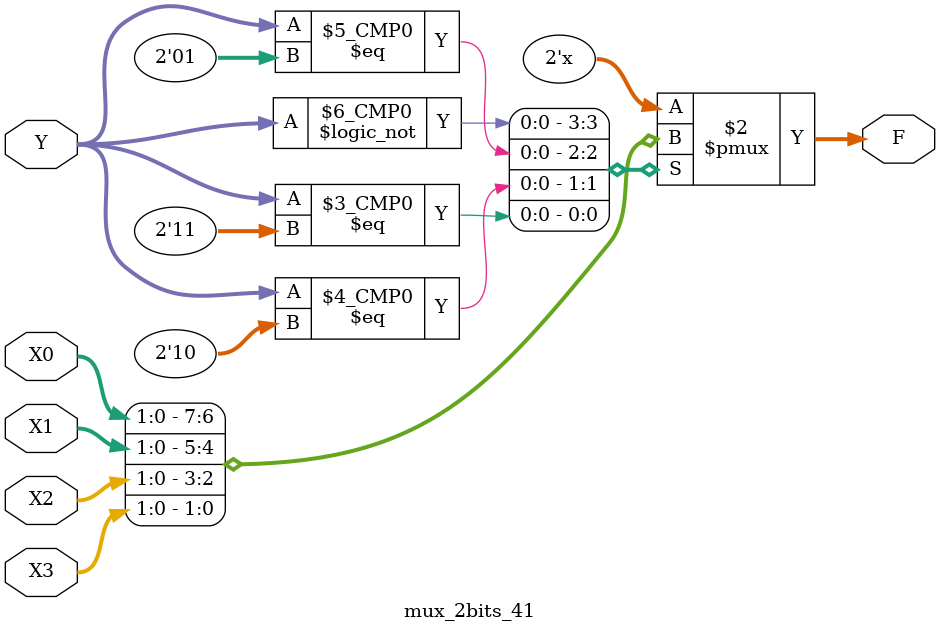
<source format=v>
module mux_2bits_41(X0,X1,X2,X3,Y,F);
	input [1:0] X0,X1,X2,X3;
	input [1:0] Y;
	output reg [1:0]F;
	
	always @(*)
		case (Y)
			0: F=X0;
			1: F=X1;
			2: F=X2;
			3: F=X3;
			default: F=2'b00;
		endcase
		
endmodule
			
	
</source>
